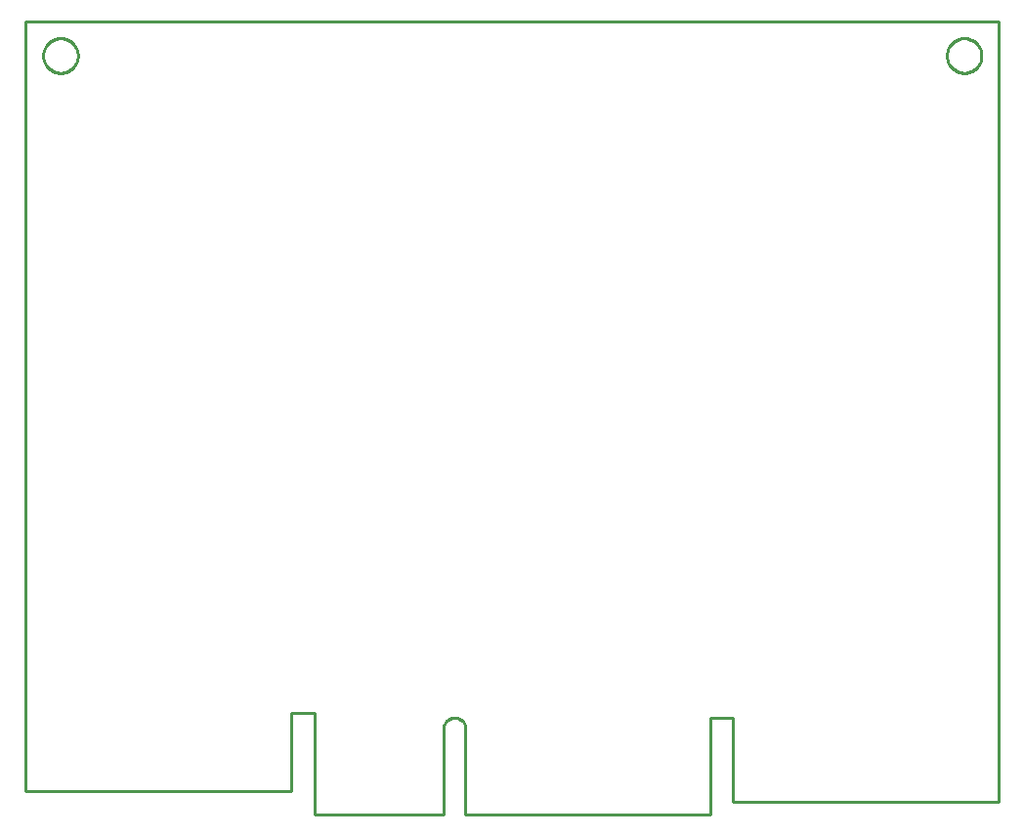
<source format=gbr>
G04 EAGLE Gerber RS-274X export*
G75*
%MOMM*%
%FSLAX34Y34*%
%LPD*%
%IN*%
%IPPOS*%
%AMOC8*
5,1,8,0,0,1.08239X$1,22.5*%
G01*
%ADD10C,0.254000*%


D10*
X-371500Y-8000D02*
X-141500Y-8000D01*
X-141500Y60000D01*
X-121500Y60000D01*
X-121500Y-28000D01*
X-9500Y-28000D01*
X-9500Y48000D01*
X-9354Y48796D01*
X-9140Y49576D01*
X-8858Y50334D01*
X-8511Y51065D01*
X-8102Y51763D01*
X-7634Y52422D01*
X-7110Y53039D01*
X-6534Y53607D01*
X-5911Y54123D01*
X-5245Y54582D01*
X-4542Y54982D01*
X-3807Y55319D01*
X-3045Y55591D01*
X-2262Y55795D01*
X-1465Y55930D01*
X-658Y55996D01*
X-500Y56000D01*
X334Y56013D01*
X1167Y55952D01*
X1991Y55820D01*
X2800Y55616D01*
X3588Y55342D01*
X4350Y55001D01*
X5079Y54595D01*
X5769Y54126D01*
X6417Y53600D01*
X7015Y53018D01*
X7561Y52387D01*
X8050Y51711D01*
X8478Y50995D01*
X8842Y50244D01*
X9139Y49464D01*
X9367Y48661D01*
X9500Y48000D01*
X9500Y-28000D01*
X221500Y-28000D01*
X221500Y56000D01*
X241500Y56000D01*
X241500Y-16500D01*
X471500Y-16500D01*
X471500Y660000D01*
X-371500Y660000D01*
X-371500Y-8000D01*
X-326500Y629464D02*
X-326576Y628396D01*
X-326729Y627335D01*
X-326957Y626288D01*
X-327259Y625260D01*
X-327633Y624256D01*
X-328078Y623281D01*
X-328592Y622341D01*
X-329171Y621440D01*
X-329813Y620582D01*
X-330515Y619772D01*
X-331272Y619015D01*
X-332082Y618313D01*
X-332940Y617671D01*
X-333841Y617092D01*
X-334781Y616578D01*
X-335756Y616133D01*
X-336760Y615759D01*
X-337788Y615457D01*
X-338835Y615229D01*
X-339896Y615076D01*
X-340964Y615000D01*
X-342036Y615000D01*
X-343104Y615076D01*
X-344165Y615229D01*
X-345212Y615457D01*
X-346240Y615759D01*
X-347244Y616133D01*
X-348219Y616578D01*
X-349159Y617092D01*
X-350060Y617671D01*
X-350918Y618313D01*
X-351728Y619015D01*
X-352485Y619772D01*
X-353187Y620582D01*
X-353829Y621440D01*
X-354408Y622341D01*
X-354922Y623281D01*
X-355367Y624256D01*
X-355741Y625260D01*
X-356043Y626288D01*
X-356271Y627335D01*
X-356424Y628396D01*
X-356500Y629464D01*
X-356500Y630536D01*
X-356424Y631604D01*
X-356271Y632665D01*
X-356043Y633712D01*
X-355741Y634740D01*
X-355367Y635744D01*
X-354922Y636719D01*
X-354408Y637659D01*
X-353829Y638560D01*
X-353187Y639418D01*
X-352485Y640228D01*
X-351728Y640985D01*
X-350918Y641687D01*
X-350060Y642329D01*
X-349159Y642908D01*
X-348219Y643422D01*
X-347244Y643867D01*
X-346240Y644241D01*
X-345212Y644543D01*
X-344165Y644771D01*
X-343104Y644924D01*
X-342036Y645000D01*
X-340964Y645000D01*
X-339896Y644924D01*
X-338835Y644771D01*
X-337788Y644543D01*
X-336760Y644241D01*
X-335756Y643867D01*
X-334781Y643422D01*
X-333841Y642908D01*
X-332940Y642329D01*
X-332082Y641687D01*
X-331272Y640985D01*
X-330515Y640228D01*
X-329813Y639418D01*
X-329171Y638560D01*
X-328592Y637659D01*
X-328078Y636719D01*
X-327633Y635744D01*
X-327259Y634740D01*
X-326957Y633712D01*
X-326729Y632665D01*
X-326576Y631604D01*
X-326500Y630536D01*
X-326500Y629464D01*
X456500Y629464D02*
X456424Y628396D01*
X456271Y627335D01*
X456043Y626288D01*
X455741Y625260D01*
X455367Y624256D01*
X454922Y623281D01*
X454408Y622341D01*
X453829Y621440D01*
X453187Y620582D01*
X452485Y619772D01*
X451728Y619015D01*
X450918Y618313D01*
X450060Y617671D01*
X449159Y617092D01*
X448219Y616578D01*
X447244Y616133D01*
X446240Y615759D01*
X445212Y615457D01*
X444165Y615229D01*
X443104Y615076D01*
X442036Y615000D01*
X440964Y615000D01*
X439896Y615076D01*
X438835Y615229D01*
X437788Y615457D01*
X436760Y615759D01*
X435756Y616133D01*
X434781Y616578D01*
X433841Y617092D01*
X432940Y617671D01*
X432082Y618313D01*
X431272Y619015D01*
X430515Y619772D01*
X429813Y620582D01*
X429171Y621440D01*
X428592Y622341D01*
X428078Y623281D01*
X427633Y624256D01*
X427259Y625260D01*
X426957Y626288D01*
X426729Y627335D01*
X426576Y628396D01*
X426500Y629464D01*
X426500Y630536D01*
X426576Y631604D01*
X426729Y632665D01*
X426957Y633712D01*
X427259Y634740D01*
X427633Y635744D01*
X428078Y636719D01*
X428592Y637659D01*
X429171Y638560D01*
X429813Y639418D01*
X430515Y640228D01*
X431272Y640985D01*
X432082Y641687D01*
X432940Y642329D01*
X433841Y642908D01*
X434781Y643422D01*
X435756Y643867D01*
X436760Y644241D01*
X437788Y644543D01*
X438835Y644771D01*
X439896Y644924D01*
X440964Y645000D01*
X442036Y645000D01*
X443104Y644924D01*
X444165Y644771D01*
X445212Y644543D01*
X446240Y644241D01*
X447244Y643867D01*
X448219Y643422D01*
X449159Y642908D01*
X450060Y642329D01*
X450918Y641687D01*
X451728Y640985D01*
X452485Y640228D01*
X453187Y639418D01*
X453829Y638560D01*
X454408Y637659D01*
X454922Y636719D01*
X455367Y635744D01*
X455741Y634740D01*
X456043Y633712D01*
X456271Y632665D01*
X456424Y631604D01*
X456500Y630536D01*
X456500Y629464D01*
M02*

</source>
